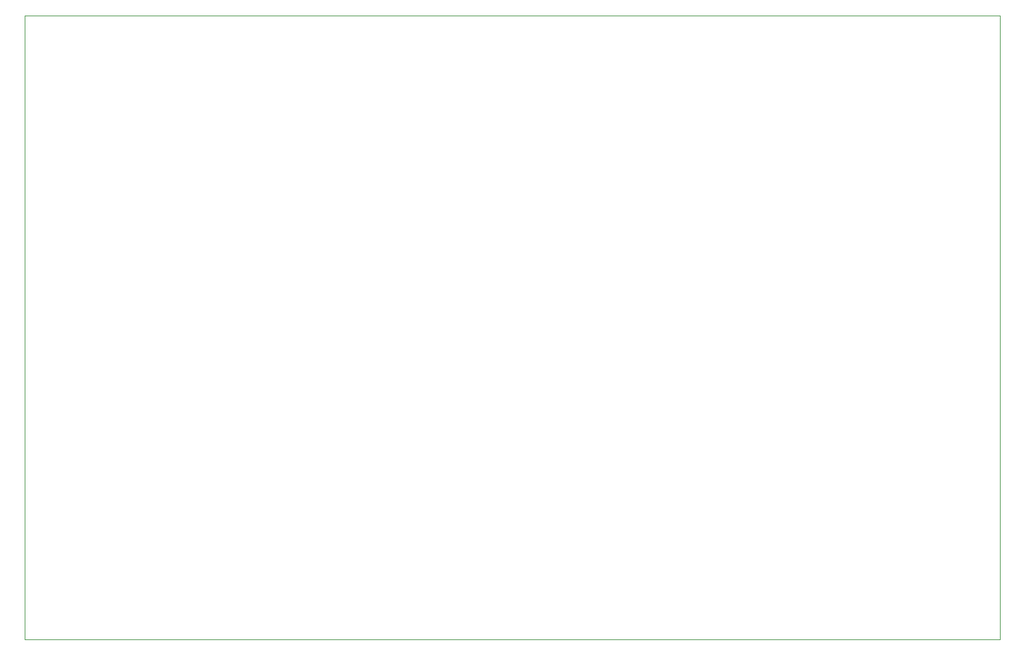
<source format=gko>
G75*
%MOIN*%
%OFA0B0*%
%FSLAX24Y24*%
%IPPOS*%
%LPD*%
%AMOC8*
5,1,8,0,0,1.08239X$1,22.5*
%
%ADD10C,0.0000*%
D10*
X000800Y005519D02*
X000800Y037519D01*
X050800Y037519D01*
X050800Y005519D01*
X000800Y005519D01*
M02*

</source>
